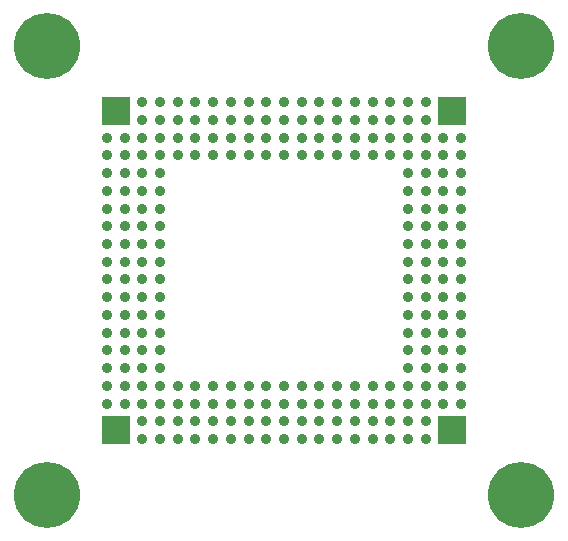
<source format=gbr>
G04 #@! TF.GenerationSoftware,KiCad,Pcbnew,(6.0.9)*
G04 #@! TF.CreationDate,2024-05-21T19:31:49-07:00*
G04 #@! TF.ProjectId,IMX294_MIPI_Breakout_Small,494d5832-3934-45f4-9d49-50495f427265,rev?*
G04 #@! TF.SameCoordinates,Original*
G04 #@! TF.FileFunction,Soldermask,Bot*
G04 #@! TF.FilePolarity,Negative*
%FSLAX46Y46*%
G04 Gerber Fmt 4.6, Leading zero omitted, Abs format (unit mm)*
G04 Created by KiCad (PCBNEW (6.0.9)) date 2024-05-21 19:31:49*
%MOMM*%
%LPD*%
G01*
G04 APERTURE LIST*
%ADD10C,5.600000*%
%ADD11R,2.400000X2.400000*%
%ADD12C,0.900000*%
G04 APERTURE END LIST*
D10*
G04 #@! TO.C,H3*
X124900000Y-78500000D03*
G04 #@! TD*
G04 #@! TO.C,H1*
X165100000Y-116500000D03*
G04 #@! TD*
G04 #@! TO.C,H2*
X165100000Y-78500000D03*
G04 #@! TD*
G04 #@! TO.C,H4*
X124900000Y-116500000D03*
G04 #@! TD*
D11*
G04 #@! TO.C,U2*
X130750000Y-84000000D03*
X130750000Y-111000000D03*
X159250000Y-111000000D03*
X159250000Y-84000000D03*
D12*
X130000000Y-86250000D03*
X130000000Y-87750000D03*
X130000000Y-89250000D03*
X130000000Y-90750000D03*
X130000000Y-92250000D03*
X130000000Y-93750000D03*
X130000000Y-95250000D03*
X130000000Y-96750000D03*
X130000000Y-98250000D03*
X130000000Y-99750000D03*
X130000000Y-101250000D03*
X130000000Y-102750000D03*
X130000000Y-104250000D03*
X130000000Y-105750000D03*
X130000000Y-107250000D03*
X130000000Y-108750000D03*
X160000000Y-86250000D03*
X160000000Y-87750000D03*
X160000000Y-89250000D03*
X160000000Y-90750000D03*
X160000000Y-92250000D03*
X160000000Y-93750000D03*
X160000000Y-95250000D03*
X160000000Y-96750000D03*
X160000000Y-98250000D03*
X160000000Y-99750000D03*
X160000000Y-101250000D03*
X160000000Y-102750000D03*
X160000000Y-104250000D03*
X160000000Y-105750000D03*
X160000000Y-107250000D03*
X160000000Y-108750000D03*
X131500000Y-86250000D03*
X131500000Y-87750000D03*
X131500000Y-89250000D03*
X131500000Y-90750000D03*
X131500000Y-92250000D03*
X131500000Y-93750000D03*
X131500000Y-95250000D03*
X131500000Y-96750000D03*
X131500000Y-98250000D03*
X131500000Y-99750000D03*
X131500000Y-101250000D03*
X131500000Y-102750000D03*
X131500000Y-104250000D03*
X131500000Y-105750000D03*
X131500000Y-107250000D03*
X131500000Y-108750000D03*
X133000000Y-83250000D03*
X133000000Y-84750000D03*
X133000000Y-86250000D03*
X133000000Y-87750000D03*
X133000000Y-89250000D03*
X133000000Y-90750000D03*
X133000000Y-92250000D03*
X133000000Y-93750000D03*
X133000000Y-95250000D03*
X133000000Y-96750000D03*
X133000000Y-98250000D03*
X133000000Y-99750000D03*
X133000000Y-101250000D03*
X133000000Y-102750000D03*
X133000000Y-104250000D03*
X133000000Y-105750000D03*
X133000000Y-107250000D03*
X133000000Y-108750000D03*
X133000000Y-110250000D03*
X133000000Y-111750000D03*
X134500000Y-83250000D03*
X134500000Y-84750000D03*
X134500000Y-86250000D03*
X134500000Y-87750000D03*
X134500000Y-89250000D03*
X134500000Y-90750000D03*
X134500000Y-92250000D03*
X134500000Y-93750000D03*
X134500000Y-95250000D03*
X134500000Y-96750000D03*
X134500000Y-98250000D03*
X134500000Y-99750000D03*
X134500000Y-101250000D03*
X134500000Y-102750000D03*
X134500000Y-104250000D03*
X134500000Y-105750000D03*
X134500000Y-107250000D03*
X134500000Y-108750000D03*
X134500000Y-110250000D03*
X134500000Y-111750000D03*
X136000000Y-83250000D03*
X136000000Y-84750000D03*
X136000000Y-86250000D03*
X136000000Y-87750000D03*
X136000000Y-107250000D03*
X136000000Y-108750000D03*
X136000000Y-110250000D03*
X136000000Y-111750000D03*
X137500000Y-83250000D03*
X137500000Y-84750000D03*
X137500000Y-86250000D03*
X137500000Y-87750000D03*
X137500000Y-107250000D03*
X137500000Y-108750000D03*
X137500000Y-110250000D03*
X137500000Y-111750000D03*
X139000000Y-83250000D03*
X139000000Y-84750000D03*
X139000000Y-86250000D03*
X139000000Y-87750000D03*
X139000000Y-107250000D03*
X139000000Y-108750000D03*
X139000000Y-110250000D03*
X139000000Y-111750000D03*
X140500000Y-83250000D03*
X140500000Y-84750000D03*
X140500000Y-86250000D03*
X140500000Y-87750000D03*
X140500000Y-107250000D03*
X140500000Y-108750000D03*
X140500000Y-110250000D03*
X140500000Y-111750000D03*
X142000000Y-83250000D03*
X142000000Y-84750000D03*
X142000000Y-86250000D03*
X142000000Y-87750000D03*
X142000000Y-107250000D03*
X142000000Y-108750000D03*
X142000000Y-110250000D03*
X142000000Y-111750000D03*
X143500000Y-83250000D03*
X143500000Y-84750000D03*
X143500000Y-86250000D03*
X143500000Y-87750000D03*
X143500000Y-107250000D03*
X143500000Y-108750000D03*
X143500000Y-110250000D03*
X143500000Y-111750000D03*
X145000000Y-83250000D03*
X145000000Y-84750000D03*
X145000000Y-86250000D03*
X145000000Y-87750000D03*
X145000000Y-107250000D03*
X145000000Y-108750000D03*
X145000000Y-110250000D03*
X145000000Y-111750000D03*
X146500000Y-83250000D03*
X146500000Y-84750000D03*
X146500000Y-86250000D03*
X146500000Y-87750000D03*
X146500000Y-107250000D03*
X146500000Y-108750000D03*
X146500000Y-110250000D03*
X146500000Y-111750000D03*
X148000000Y-83250000D03*
X148000000Y-84750000D03*
X148000000Y-86250000D03*
X148000000Y-87750000D03*
X148000000Y-107250000D03*
X148000000Y-108750000D03*
X148000000Y-110250000D03*
X148000000Y-111750000D03*
X149500000Y-83250000D03*
X149500000Y-84750000D03*
X149500000Y-86250000D03*
X149500000Y-87750000D03*
X149500000Y-107250000D03*
X149500000Y-108750000D03*
X149500000Y-110250000D03*
X149500000Y-111750000D03*
X151000000Y-83250000D03*
X151000000Y-84750000D03*
X151000000Y-86250000D03*
X151000000Y-87750000D03*
X151000000Y-107250000D03*
X151000000Y-108750000D03*
X151000000Y-110250000D03*
X151000000Y-111750000D03*
X152500000Y-83250000D03*
X152500000Y-84750000D03*
X152500000Y-86250000D03*
X152500000Y-87750000D03*
X152500000Y-107250000D03*
X152500000Y-108750000D03*
X152500000Y-110250000D03*
X152500000Y-111750000D03*
X154000000Y-83250000D03*
X154000000Y-84750000D03*
X154000000Y-86250000D03*
X154000000Y-87750000D03*
X154000000Y-107250000D03*
X154000000Y-108750000D03*
X154000000Y-110250000D03*
X154000000Y-111750000D03*
X155500000Y-83250000D03*
X155500000Y-84750000D03*
X155500000Y-86250000D03*
X155500000Y-87750000D03*
X155500000Y-89250000D03*
X155500000Y-90750000D03*
X155500000Y-92250000D03*
X155500000Y-93750000D03*
X155500000Y-95250000D03*
X155500000Y-96750000D03*
X155500000Y-98250000D03*
X155500000Y-99750000D03*
X155500000Y-101250000D03*
X155500000Y-102750000D03*
X155500000Y-104250000D03*
X155500000Y-105750000D03*
X155500000Y-107250000D03*
X155500000Y-108750000D03*
X155500000Y-110250000D03*
X155500000Y-111750000D03*
X157000000Y-83250000D03*
X157000000Y-84750000D03*
X157000000Y-86250000D03*
X157000000Y-87750000D03*
X157000000Y-89250000D03*
X157000000Y-90750000D03*
X157000000Y-92250000D03*
X157000000Y-93750000D03*
X157000000Y-95250000D03*
X157000000Y-96750000D03*
X157000000Y-98250000D03*
X157000000Y-99750000D03*
X157000000Y-101250000D03*
X157000000Y-102750000D03*
X157000000Y-104250000D03*
X157000000Y-105750000D03*
X157000000Y-107250000D03*
X157000000Y-108750000D03*
X157000000Y-110250000D03*
X157000000Y-111750000D03*
X158500000Y-86250000D03*
X158500000Y-87750000D03*
X158500000Y-89250000D03*
X158500000Y-90750000D03*
X158500000Y-92250000D03*
X158500000Y-93750000D03*
X158500000Y-95250000D03*
X158500000Y-96750000D03*
X158500000Y-98250000D03*
X158500000Y-99750000D03*
X158500000Y-101250000D03*
X158500000Y-102750000D03*
X158500000Y-104250000D03*
X158500000Y-105750000D03*
X158500000Y-107250000D03*
X158500000Y-108750000D03*
G04 #@! TD*
M02*

</source>
